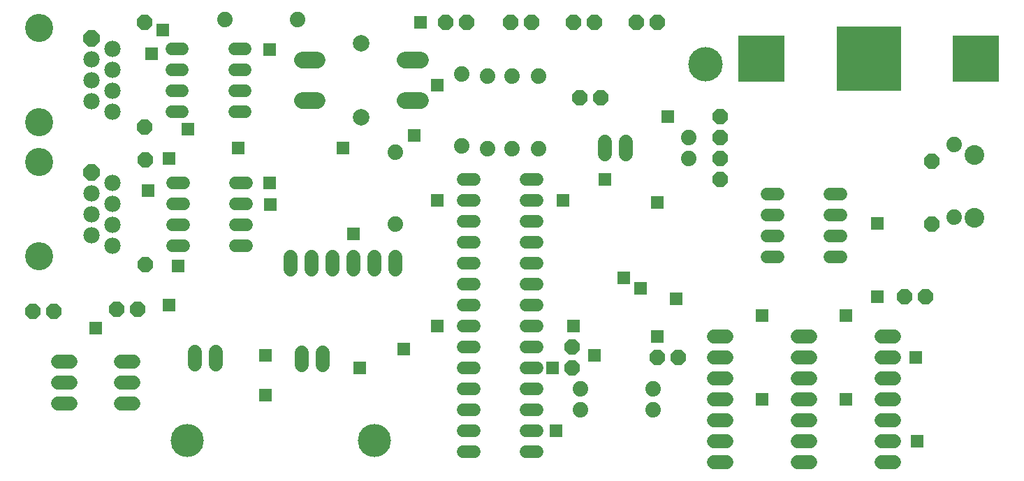
<source format=gbs>
G75*
%MOIN*%
%OFA0B0*%
%FSLAX25Y25*%
%IPPOS*%
%LPD*%
%AMOC8*
5,1,8,0,0,1.08239X$1,22.5*
%
%ADD10C,0.16425*%
%ADD11OC8,0.07400*%
%ADD12C,0.07400*%
%ADD13C,0.06000*%
%ADD14C,0.07850*%
%ADD15C,0.07887*%
%ADD16C,0.07900*%
%ADD17C,0.06800*%
%ADD18R,0.22454X0.22454*%
%ADD19R,0.30800X0.30800*%
%ADD20C,0.07800*%
%ADD21OC8,0.07800*%
%ADD22C,0.13398*%
%ADD23C,0.15800*%
%ADD24C,0.06737*%
%ADD25C,0.09400*%
%ADD26R,0.06400X0.06400*%
D10*
X0349093Y0263933D03*
D11*
X0326093Y0283933D03*
X0316093Y0283933D03*
X0296093Y0283933D03*
X0286093Y0283933D03*
X0266093Y0283933D03*
X0256093Y0283933D03*
X0234968Y0284183D03*
X0224968Y0284183D03*
X0289093Y0247933D03*
X0299093Y0247933D03*
X0356093Y0238933D03*
X0356093Y0228933D03*
X0356093Y0218933D03*
X0356093Y0208933D03*
X0457218Y0217808D03*
X0457218Y0187808D03*
X0454093Y0152933D03*
X0444093Y0152933D03*
X0336093Y0123933D03*
X0326093Y0123933D03*
X0285468Y0118933D03*
X0285468Y0128933D03*
X0081843Y0168433D03*
X0078093Y0146933D03*
X0068093Y0146933D03*
X0038093Y0145933D03*
X0028093Y0145933D03*
X0081843Y0218433D03*
X0081343Y0233933D03*
X0081343Y0283933D03*
D12*
X0119893Y0285558D03*
X0154343Y0285558D03*
X0232718Y0259508D03*
X0244968Y0258308D03*
X0256718Y0258308D03*
X0269468Y0258308D03*
X0269468Y0223858D03*
X0256718Y0223858D03*
X0244968Y0223858D03*
X0232718Y0225058D03*
X0201137Y0222051D03*
X0201137Y0187601D03*
X0289593Y0108933D03*
X0289593Y0098933D03*
X0324043Y0098933D03*
X0324043Y0108933D03*
X0467843Y0191183D03*
X0467843Y0225633D03*
X0341093Y0228933D03*
X0341093Y0218933D03*
D13*
X0378493Y0201933D02*
X0383693Y0201933D01*
X0383693Y0191933D02*
X0378493Y0191933D01*
X0378493Y0181933D02*
X0383693Y0181933D01*
X0383693Y0171933D02*
X0378493Y0171933D01*
X0408493Y0171933D02*
X0413693Y0171933D01*
X0413693Y0181933D02*
X0408493Y0181933D01*
X0408493Y0191933D02*
X0413693Y0191933D01*
X0413693Y0201933D02*
X0408493Y0201933D01*
X0268693Y0198933D02*
X0263493Y0198933D01*
X0263493Y0208933D02*
X0268693Y0208933D01*
X0238693Y0208933D02*
X0233493Y0208933D01*
X0233493Y0198933D02*
X0238693Y0198933D01*
X0238693Y0188933D02*
X0233493Y0188933D01*
X0233493Y0178933D02*
X0238693Y0178933D01*
X0238693Y0168933D02*
X0233493Y0168933D01*
X0233493Y0158933D02*
X0238693Y0158933D01*
X0238693Y0148933D02*
X0233493Y0148933D01*
X0233493Y0138933D02*
X0238693Y0138933D01*
X0238693Y0128933D02*
X0233493Y0128933D01*
X0233493Y0118933D02*
X0238693Y0118933D01*
X0238693Y0108933D02*
X0233493Y0108933D01*
X0233493Y0098933D02*
X0238693Y0098933D01*
X0238693Y0088933D02*
X0233493Y0088933D01*
X0233493Y0078933D02*
X0238693Y0078933D01*
X0263493Y0078933D02*
X0268693Y0078933D01*
X0268693Y0088933D02*
X0263493Y0088933D01*
X0263493Y0098933D02*
X0268693Y0098933D01*
X0268693Y0108933D02*
X0263493Y0108933D01*
X0263493Y0118933D02*
X0268693Y0118933D01*
X0268693Y0128933D02*
X0263493Y0128933D01*
X0263493Y0138933D02*
X0268693Y0138933D01*
X0268693Y0148933D02*
X0263493Y0148933D01*
X0263493Y0158933D02*
X0268693Y0158933D01*
X0268693Y0168933D02*
X0263493Y0168933D01*
X0263493Y0178933D02*
X0268693Y0178933D01*
X0268693Y0188933D02*
X0263493Y0188933D01*
X0130068Y0187558D02*
X0124868Y0187558D01*
X0124868Y0177558D02*
X0130068Y0177558D01*
X0130068Y0197558D02*
X0124868Y0197558D01*
X0124868Y0207558D02*
X0130068Y0207558D01*
X0100068Y0207558D02*
X0094868Y0207558D01*
X0094868Y0197558D02*
X0100068Y0197558D01*
X0100068Y0187558D02*
X0094868Y0187558D01*
X0094868Y0177558D02*
X0100068Y0177558D01*
X0099568Y0241308D02*
X0094368Y0241308D01*
X0094368Y0251308D02*
X0099568Y0251308D01*
X0099568Y0261308D02*
X0094368Y0261308D01*
X0094368Y0271308D02*
X0099568Y0271308D01*
X0124368Y0271308D02*
X0129568Y0271308D01*
X0129568Y0261308D02*
X0124368Y0261308D01*
X0124368Y0251308D02*
X0129568Y0251308D01*
X0129568Y0241308D02*
X0124368Y0241308D01*
D14*
X0156718Y0246633D02*
X0163768Y0246633D01*
X0163768Y0266233D02*
X0156718Y0266233D01*
X0205918Y0266233D02*
X0212968Y0266233D01*
X0212968Y0246633D02*
X0205918Y0246633D01*
D15*
X0184843Y0238733D03*
D16*
X0184843Y0274133D03*
D17*
X0301093Y0226933D02*
X0301093Y0220933D01*
X0311093Y0220933D02*
X0311093Y0226933D01*
X0201093Y0171933D02*
X0201093Y0165933D01*
X0191093Y0165933D02*
X0191093Y0171933D01*
X0181093Y0171933D02*
X0181093Y0165933D01*
X0171093Y0165933D02*
X0171093Y0171933D01*
X0161093Y0171933D02*
X0161093Y0165933D01*
X0151093Y0165933D02*
X0151093Y0171933D01*
X0076093Y0121933D02*
X0070093Y0121933D01*
X0070093Y0111933D02*
X0076093Y0111933D01*
X0076093Y0101933D02*
X0070093Y0101933D01*
X0046093Y0101933D02*
X0040093Y0101933D01*
X0040093Y0111933D02*
X0046093Y0111933D01*
X0046093Y0121933D02*
X0040093Y0121933D01*
D18*
X0375911Y0266683D03*
X0478274Y0266683D03*
D19*
X0427093Y0266683D03*
D20*
X0066250Y0271315D03*
X0056250Y0266315D03*
X0066250Y0261315D03*
X0056250Y0256315D03*
X0066250Y0251315D03*
X0056250Y0246315D03*
X0066250Y0241315D03*
X0066250Y0207565D03*
X0056250Y0202565D03*
X0066250Y0197565D03*
X0056250Y0192565D03*
X0066250Y0187565D03*
X0056250Y0182565D03*
X0066250Y0177565D03*
D21*
X0056250Y0212565D03*
X0056250Y0276315D03*
D22*
X0031250Y0281315D03*
X0031250Y0236315D03*
X0031250Y0217565D03*
X0031250Y0172565D03*
D23*
X0101854Y0084543D03*
X0191224Y0084543D03*
D24*
X0166593Y0120340D02*
X0166593Y0126277D01*
X0156593Y0126277D02*
X0156593Y0120340D01*
X0115593Y0120840D02*
X0115593Y0126777D01*
X0105593Y0126777D02*
X0105593Y0120840D01*
X0353124Y0123933D02*
X0359061Y0123933D01*
X0359061Y0113933D02*
X0353124Y0113933D01*
X0353124Y0103933D02*
X0359061Y0103933D01*
X0359061Y0093933D02*
X0353124Y0093933D01*
X0353124Y0083933D02*
X0359061Y0083933D01*
X0359061Y0073933D02*
X0353124Y0073933D01*
X0393124Y0073933D02*
X0399061Y0073933D01*
X0399061Y0083933D02*
X0393124Y0083933D01*
X0393124Y0093933D02*
X0399061Y0093933D01*
X0399061Y0103933D02*
X0393124Y0103933D01*
X0393124Y0113933D02*
X0399061Y0113933D01*
X0399061Y0123933D02*
X0393124Y0123933D01*
X0393124Y0133933D02*
X0399061Y0133933D01*
X0433124Y0133933D02*
X0439061Y0133933D01*
X0439061Y0123933D02*
X0433124Y0123933D01*
X0433124Y0113933D02*
X0439061Y0113933D01*
X0439061Y0103933D02*
X0433124Y0103933D01*
X0433124Y0093933D02*
X0439061Y0093933D01*
X0439061Y0083933D02*
X0433124Y0083933D01*
X0433124Y0073933D02*
X0439061Y0073933D01*
X0359061Y0133933D02*
X0353124Y0133933D01*
D25*
X0477343Y0190683D03*
X0477343Y0220683D03*
D26*
X0431093Y0188058D03*
X0431093Y0152933D03*
X0416093Y0143933D03*
X0449593Y0123933D03*
X0416093Y0103933D03*
X0450093Y0083933D03*
X0376093Y0103933D03*
X0326093Y0133933D03*
X0335093Y0151933D03*
X0318093Y0156933D03*
X0310093Y0161933D03*
X0286093Y0138933D03*
X0296093Y0124933D03*
X0276093Y0118933D03*
X0277843Y0088933D03*
X0205093Y0127933D03*
X0221093Y0138933D03*
X0184093Y0118933D03*
X0139093Y0124933D03*
X0139093Y0105933D03*
X0093093Y0148933D03*
X0097468Y0167808D03*
X0141343Y0197183D03*
X0141218Y0207558D03*
X0126093Y0223933D03*
X0102093Y0233058D03*
X0093093Y0218933D03*
X0082968Y0203683D03*
X0176093Y0223933D03*
X0210143Y0229933D03*
X0221093Y0253933D03*
X0213093Y0283933D03*
X0141218Y0271183D03*
X0089968Y0280433D03*
X0084718Y0268933D03*
X0221093Y0198933D03*
X0181093Y0182933D03*
X0281093Y0198933D03*
X0301093Y0208933D03*
X0326093Y0197933D03*
X0331093Y0238933D03*
X0376093Y0143933D03*
X0058093Y0137933D03*
M02*

</source>
